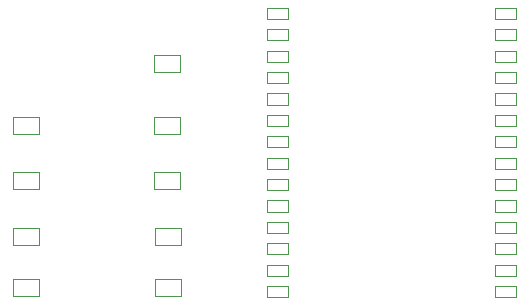
<source format=gbr>
%TF.GenerationSoftware,Altium Limited,Altium Designer,19.1.8 (144)*%
G04 Layer_Color=16711935*
%FSLAX26Y26*%
%MOIN*%
%TF.FileFunction,Other,Mechanical_13*%
%TF.Part,Single*%
G01*
G75*
%TA.AperFunction,NonConductor*%
%ADD31C,0.003937*%
D31*
X2628307Y1536457D02*
Y1593543D01*
X2541692Y1536457D02*
Y1593543D01*
Y1536457D02*
X2628307D01*
X2541692Y1593543D02*
X2628307D01*
X2071693Y1331457D02*
X2158307D01*
X2071693Y1388543D02*
X2158307D01*
Y1331457D02*
Y1388543D01*
X2071693Y1331457D02*
Y1388543D01*
X2541692Y1203542D02*
X2628306D01*
X2541692Y1146456D02*
X2628306D01*
X2541692D02*
Y1203542D01*
X2628306Y1146456D02*
Y1203542D01*
X2544174Y1018542D02*
X2630788D01*
X2544174Y961456D02*
X2630788D01*
X2544174D02*
Y1018542D01*
X2630788Y961456D02*
Y1018542D01*
X2544214Y848542D02*
X2630828D01*
X2544214Y791456D02*
X2630828D01*
X2544214D02*
Y848542D01*
X2630828Y791456D02*
Y848542D01*
X2917324Y1215189D02*
X2986222D01*
X2917324Y1252589D02*
X2986222D01*
Y1215189D02*
Y1252589D01*
X2917324Y1215189D02*
Y1252589D01*
Y1357785D02*
X2986220D01*
X2917324Y1395185D02*
X2986220D01*
Y1357785D02*
Y1395185D01*
X2917324Y1357785D02*
Y1395185D01*
Y787402D02*
X2986220D01*
X2917324Y824802D02*
X2986220D01*
Y787402D02*
Y824802D01*
X2917324Y787402D02*
Y824802D01*
Y1500380D02*
X2986220D01*
X2917324Y1537781D02*
X2986220D01*
Y1500380D02*
Y1537781D01*
X2917324Y1500380D02*
Y1537781D01*
X2917322Y1143891D02*
X2986220D01*
X2917322Y1181292D02*
X2986220D01*
Y1143891D02*
Y1181292D01*
X2917322Y1143891D02*
Y1181292D01*
X2917324Y1642976D02*
X2986220D01*
X2917324Y1680376D02*
X2986220D01*
Y1642976D02*
Y1680376D01*
X2917324Y1642976D02*
Y1680376D01*
Y930001D02*
X2986220D01*
X2917324Y967401D02*
X2986220D01*
Y930001D02*
Y967401D01*
X2917324Y930001D02*
Y967401D01*
Y858702D02*
X2986222D01*
X2917324Y896102D02*
X2986222D01*
Y858702D02*
Y896102D01*
X2917324Y858702D02*
Y896102D01*
X2917322Y1286487D02*
X2986220D01*
X2917322Y1323887D02*
X2986220D01*
Y1286487D02*
Y1323887D01*
X2917322Y1286487D02*
Y1323887D01*
Y1571678D02*
X2986220D01*
X2917322Y1609078D02*
X2986220D01*
Y1571678D02*
Y1609078D01*
X2917322Y1571678D02*
Y1609078D01*
X2917324Y1429083D02*
X2986222D01*
X2917324Y1466483D02*
X2986222D01*
Y1429083D02*
Y1466483D01*
X2917324Y1429083D02*
Y1466483D01*
Y1714274D02*
X2986220D01*
X2917324Y1751674D02*
X2986220D01*
Y1714274D02*
Y1751674D01*
X2917324Y1714274D02*
Y1751674D01*
Y1072594D02*
X2986222D01*
X2917324Y1109994D02*
X2986222D01*
Y1072594D02*
Y1109994D01*
X2917324Y1072594D02*
Y1109994D01*
Y1001296D02*
X2986220D01*
X2917324Y1038696D02*
X2986220D01*
Y1001296D02*
Y1038696D01*
X2917324Y1001296D02*
Y1038696D01*
X3679135Y1751674D02*
X3748033D01*
X3679135Y1714274D02*
X3748033D01*
X3679135D02*
Y1751674D01*
X3748033Y1714274D02*
Y1751674D01*
X3679135Y1609078D02*
X3748033D01*
X3679135Y1571678D02*
X3748033D01*
X3679135D02*
Y1609078D01*
X3748033Y1571678D02*
Y1609078D01*
X3679135Y896102D02*
X3748031D01*
X3679135Y858702D02*
X3748031D01*
X3679135D02*
Y896102D01*
X3748031Y858702D02*
Y896102D01*
X3679133Y967401D02*
X3748031D01*
X3679133Y930001D02*
X3748031D01*
X3679133D02*
Y967401D01*
X3748031Y930001D02*
Y967401D01*
X3679135Y1537781D02*
X3748031D01*
X3679135Y1500380D02*
X3748031D01*
X3679135D02*
Y1537781D01*
X3748031Y1500380D02*
Y1537781D01*
X3679135Y824802D02*
X3748031D01*
X3679135Y787402D02*
X3748031D01*
X3679135D02*
Y824802D01*
X3748031Y787402D02*
Y824802D01*
X3679135Y1323887D02*
X3748031D01*
X3679135Y1286487D02*
X3748031D01*
X3679135D02*
Y1323887D01*
X3748031Y1286487D02*
Y1323887D01*
X3679135Y1038696D02*
X3748033D01*
X3679135Y1001296D02*
X3748033D01*
X3679135D02*
Y1038696D01*
X3748033Y1001296D02*
Y1038696D01*
X3679135Y1466483D02*
X3748033D01*
X3679135Y1429083D02*
X3748033D01*
X3679135D02*
Y1466483D01*
X3748033Y1429083D02*
Y1466483D01*
X3679135Y1252589D02*
X3748033D01*
X3679135Y1215189D02*
X3748033D01*
X3679135D02*
Y1252589D01*
X3748033Y1215189D02*
Y1252589D01*
X3679135Y1109994D02*
X3748033D01*
X3679135Y1072594D02*
X3748033D01*
X3679135D02*
Y1109994D01*
X3748033Y1072594D02*
Y1109994D01*
X3679135Y1395185D02*
X3748031D01*
X3679135Y1357785D02*
X3748031D01*
X3679135D02*
Y1395185D01*
X3748031Y1357785D02*
Y1395185D01*
X3679135Y1181292D02*
X3748031D01*
X3679135Y1143891D02*
X3748031D01*
X3679135D02*
Y1181292D01*
X3748031Y1143891D02*
Y1181292D01*
X3679133Y1680376D02*
X3748031D01*
X3679133Y1642976D02*
X3748031D01*
X3679133D02*
Y1680376D01*
X3748031Y1642976D02*
Y1680376D01*
X2071693Y791456D02*
Y848542D01*
X2158307Y791456D02*
Y848542D01*
X2071693D02*
X2158307D01*
X2071693Y791456D02*
X2158307D01*
X2071693Y961456D02*
Y1018542D01*
X2158307Y961456D02*
Y1018542D01*
X2071693D02*
X2158307D01*
X2071693Y961456D02*
X2158307D01*
X2071693Y1146456D02*
Y1203542D01*
X2158307Y1146456D02*
Y1203542D01*
X2071693D02*
X2158307D01*
X2071693Y1146456D02*
X2158307D01*
X2628306Y1331457D02*
Y1388543D01*
X2541692Y1331457D02*
Y1388543D01*
Y1331457D02*
X2628306D01*
X2541692Y1388543D02*
X2628306D01*
%TF.MD5,59f33b57b8b96316f634220775f71451*%
M02*

</source>
